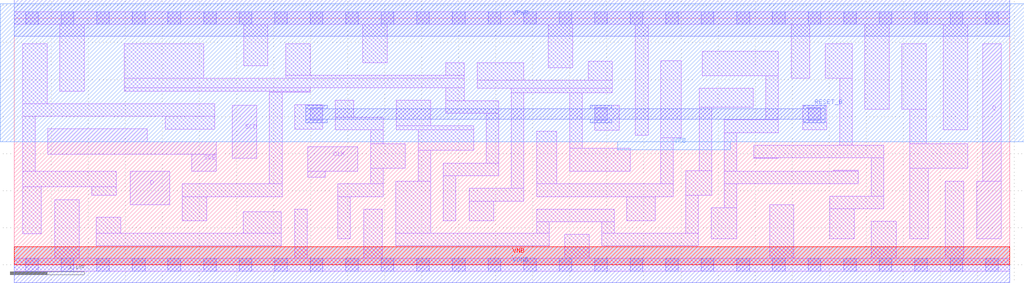
<source format=lef>
# Copyright 2020 The SkyWater PDK Authors
#
# Licensed under the Apache License, Version 2.0 (the "License");
# you may not use this file except in compliance with the License.
# You may obtain a copy of the License at
#
#     https://www.apache.org/licenses/LICENSE-2.0
#
# Unless required by applicable law or agreed to in writing, software
# distributed under the License is distributed on an "AS IS" BASIS,
# WITHOUT WARRANTIES OR CONDITIONS OF ANY KIND, either express or implied.
# See the License for the specific language governing permissions and
# limitations under the License.
#
# SPDX-License-Identifier: Apache-2.0

VERSION 5.7 ;
  NOWIREEXTENSIONATPIN ON ;
  DIVIDERCHAR "/" ;
  BUSBITCHARS "[]" ;
MACRO sky130_fd_sc_hs__sdfrtp_1
  CLASS CORE ;
  FOREIGN sky130_fd_sc_hs__sdfrtp_1 ;
  ORIGIN  0.000000  0.000000 ;
  SIZE  13.44000 BY  3.330000 ;
  SYMMETRY X Y R90 ;
  SITE unit ;
  PIN D
    ANTENNAGATEAREA  0.159000 ;
    DIRECTION INPUT ;
    USE SIGNAL ;
    PORT
      LAYER li1 ;
        RECT 1.565000 0.810000 2.100000 1.265000 ;
    END
  END D
  PIN Q
    ANTENNADIFFAREA  0.541300 ;
    DIRECTION OUTPUT ;
    USE SIGNAL ;
    PORT
      LAYER li1 ;
        RECT 12.995000 0.350000 13.325000 1.130000 ;
        RECT 13.070000 1.130000 13.325000 2.980000 ;
    END
  END Q
  PIN RESET_B
    ANTENNAGATEAREA  0.411000 ;
    DIRECTION INPUT ;
    USE SIGNAL ;
    PORT
      LAYER met1 ;
        RECT  3.935000 1.920000  4.225000 1.965000 ;
        RECT  3.935000 1.965000 10.945000 2.105000 ;
        RECT  3.935000 2.105000  4.225000 2.150000 ;
        RECT  7.775000 1.920000  8.065000 1.965000 ;
        RECT  7.775000 2.105000  8.065000 2.150000 ;
        RECT 10.655000 1.920000 10.945000 1.965000 ;
        RECT 10.655000 2.105000 10.945000 2.150000 ;
    END
  END RESET_B
  PIN SCD
    ANTENNAGATEAREA  0.159000 ;
    DIRECTION INPUT ;
    USE SIGNAL ;
    PORT
      LAYER li1 ;
        RECT 2.945000 1.440000 3.275000 2.150000 ;
    END
  END SCD
  PIN SCE
    ANTENNAGATEAREA  0.318000 ;
    DIRECTION INPUT ;
    USE SIGNAL ;
    PORT
      LAYER li1 ;
        RECT 0.455000 1.490000 2.725000 1.660000 ;
        RECT 0.455000 1.660000 1.795000 1.835000 ;
        RECT 2.395000 1.260000 2.725000 1.490000 ;
    END
  END SCE
  PIN CLK
    ANTENNAGATEAREA  0.279000 ;
    DIRECTION INPUT ;
    USE CLOCK ;
    PORT
      LAYER li1 ;
        RECT 3.965000 1.180000 4.195000 1.260000 ;
        RECT 3.965000 1.260000 4.640000 1.590000 ;
    END
  END CLK
  PIN VGND
    DIRECTION INOUT ;
    USE GROUND ;
    PORT
      LAYER met1 ;
        RECT 0.000000 -0.245000 13.440000 0.245000 ;
    END
  END VGND
  PIN VNB
    DIRECTION INOUT ;
    USE GROUND ;
    PORT
      LAYER pwell ;
        RECT 0.000000 0.000000 13.440000 0.245000 ;
    END
  END VNB
  PIN VPB
    DIRECTION INOUT ;
    USE POWER ;
    PORT
      LAYER nwell ;
        RECT -0.190000 1.660000 13.630000 3.520000 ;
        RECT  8.145000 1.555000  9.665000 1.660000 ;
    END
  END VPB
  PIN VPWR
    DIRECTION INOUT ;
    USE POWER ;
    PORT
      LAYER met1 ;
        RECT 0.000000 3.085000 13.440000 3.575000 ;
    END
  END VPWR
  OBS
    LAYER li1 ;
      RECT  0.000000 -0.085000 13.440000 0.085000 ;
      RECT  0.000000  3.245000 13.440000 3.415000 ;
      RECT  0.115000  0.420000  0.365000 1.050000 ;
      RECT  0.115000  1.050000  1.375000 1.265000 ;
      RECT  0.115000  1.265000  0.285000 2.005000 ;
      RECT  0.115000  2.005000  2.705000 2.175000 ;
      RECT  0.115000  2.175000  0.445000 2.980000 ;
      RECT  0.545000  0.085000  0.875000 0.880000 ;
      RECT  0.615000  2.345000  0.945000 3.245000 ;
      RECT  1.045000  0.935000  1.375000 1.050000 ;
      RECT  1.105000  0.255000  3.605000 0.425000 ;
      RECT  1.105000  0.425000  1.435000 0.640000 ;
      RECT  1.485000  2.345000  3.995000 2.390000 ;
      RECT  1.485000  2.390000  6.075000 2.515000 ;
      RECT  1.485000  2.515000  2.555000 2.980000 ;
      RECT  2.035000  1.830000  2.705000 2.005000 ;
      RECT  2.270000  0.595000  2.600000 0.920000 ;
      RECT  2.270000  0.920000  3.615000 1.090000 ;
      RECT  3.090000  0.425000  3.605000 0.715000 ;
      RECT  3.095000  2.685000  3.425000 3.245000 ;
      RECT  3.445000  1.090000  3.615000 2.330000 ;
      RECT  3.445000  2.330000  3.995000 2.345000 ;
      RECT  3.665000  2.515000  6.075000 2.560000 ;
      RECT  3.665000  2.560000  3.995000 2.980000 ;
      RECT  3.785000  0.085000  3.955000 0.750000 ;
      RECT  3.785000  1.830000  4.165000 2.160000 ;
      RECT  4.335000  1.820000  4.980000 1.990000 ;
      RECT  4.335000  1.990000  4.585000 2.220000 ;
      RECT  4.365000  0.350000  4.535000 0.920000 ;
      RECT  4.365000  0.920000  4.980000 1.090000 ;
      RECT  4.705000  2.730000  5.035000 3.245000 ;
      RECT  4.715000  0.085000  4.965000 0.750000 ;
      RECT  4.810000  1.090000  4.980000 1.300000 ;
      RECT  4.810000  1.300000  5.280000 1.630000 ;
      RECT  4.810000  1.630000  4.980000 1.820000 ;
      RECT  5.150000  0.255000  7.220000 0.425000 ;
      RECT  5.150000  0.425000  5.620000 1.130000 ;
      RECT  5.155000  1.820000  6.200000 1.875000 ;
      RECT  5.155000  1.875000  5.620000 2.220000 ;
      RECT  5.450000  1.130000  5.620000 1.545000 ;
      RECT  5.450000  1.545000  6.200000 1.820000 ;
      RECT  5.790000  0.595000  5.960000 1.200000 ;
      RECT  5.790000  1.200000  6.540000 1.370000 ;
      RECT  5.825000  2.045000  6.540000 2.215000 ;
      RECT  5.825000  2.215000  6.075000 2.390000 ;
      RECT  5.825000  2.560000  6.075000 2.725000 ;
      RECT  6.140000  0.595000  6.470000 0.860000 ;
      RECT  6.140000  0.860000  6.880000 1.030000 ;
      RECT  6.250000  2.385000  8.075000 2.490000 ;
      RECT  6.250000  2.490000  6.880000 2.725000 ;
      RECT  6.370000  1.370000  6.540000 2.045000 ;
      RECT  6.710000  1.030000  6.880000 2.320000 ;
      RECT  6.710000  2.320000  8.075000 2.385000 ;
      RECT  7.050000  0.425000  7.220000 0.580000 ;
      RECT  7.050000  0.580000  8.100000 0.750000 ;
      RECT  7.050000  0.920000  8.895000 1.090000 ;
      RECT  7.050000  1.090000  7.325000 1.805000 ;
      RECT  7.205000  2.660000  7.540000 3.245000 ;
      RECT  7.430000  0.085000  7.760000 0.410000 ;
      RECT  7.495000  1.260000  8.315000 1.575000 ;
      RECT  7.495000  1.575000  7.665000 2.320000 ;
      RECT  7.745000  2.490000  8.075000 2.745000 ;
      RECT  7.835000  1.815000  8.165000 2.150000 ;
      RECT  7.930000  0.255000  9.235000 0.425000 ;
      RECT  7.930000  0.425000  8.100000 0.580000 ;
      RECT  8.270000  0.595000  8.655000 0.920000 ;
      RECT  8.385000  1.745000  8.555000 3.245000 ;
      RECT  8.725000  1.090000  8.895000 1.715000 ;
      RECT  8.725000  1.715000  9.005000 2.755000 ;
      RECT  9.065000  0.425000  9.235000 0.940000 ;
      RECT  9.065000  0.940000  9.415000 1.270000 ;
      RECT  9.245000  1.270000  9.415000 2.125000 ;
      RECT  9.245000  2.125000  9.975000 2.380000 ;
      RECT  9.290000  2.550000 10.315000 2.880000 ;
      RECT  9.405000  0.350000  9.755000 0.770000 ;
      RECT  9.585000  0.770000  9.755000 1.095000 ;
      RECT  9.585000  1.095000 11.395000 1.265000 ;
      RECT  9.585000  1.265000  9.755000 1.785000 ;
      RECT  9.585000  1.785000 10.315000 1.955000 ;
      RECT  9.985000  1.435000 10.315000 1.445000 ;
      RECT  9.985000  1.445000 11.735000 1.615000 ;
      RECT 10.145000  1.955000 10.315000 2.550000 ;
      RECT 10.195000  0.085000 10.525000 0.810000 ;
      RECT 10.485000  2.520000 10.735000 3.245000 ;
      RECT 10.640000  1.820000 10.970000 2.150000 ;
      RECT 10.945000  2.520000 11.310000 2.980000 ;
      RECT 11.010000  0.350000 11.340000 0.755000 ;
      RECT 11.010000  0.755000 11.735000 0.925000 ;
      RECT 11.065000  1.265000 11.395000 1.275000 ;
      RECT 11.140000  1.615000 11.310000 2.520000 ;
      RECT 11.480000  2.100000 11.810000 3.245000 ;
      RECT 11.565000  0.925000 11.735000 1.445000 ;
      RECT 11.570000  0.085000 11.905000 0.585000 ;
      RECT 11.980000  2.100000 12.310000 2.980000 ;
      RECT 12.085000  0.350000 12.335000 1.300000 ;
      RECT 12.085000  1.300000 12.870000 1.630000 ;
      RECT 12.085000  1.630000 12.310000 2.100000 ;
      RECT 12.540000  1.820000 12.870000 3.245000 ;
      RECT 12.565000  0.085000 12.815000 1.130000 ;
    LAYER mcon ;
      RECT  0.155000 -0.085000  0.325000 0.085000 ;
      RECT  0.155000  3.245000  0.325000 3.415000 ;
      RECT  0.635000 -0.085000  0.805000 0.085000 ;
      RECT  0.635000  3.245000  0.805000 3.415000 ;
      RECT  1.115000 -0.085000  1.285000 0.085000 ;
      RECT  1.115000  3.245000  1.285000 3.415000 ;
      RECT  1.595000 -0.085000  1.765000 0.085000 ;
      RECT  1.595000  3.245000  1.765000 3.415000 ;
      RECT  2.075000 -0.085000  2.245000 0.085000 ;
      RECT  2.075000  3.245000  2.245000 3.415000 ;
      RECT  2.555000 -0.085000  2.725000 0.085000 ;
      RECT  2.555000  3.245000  2.725000 3.415000 ;
      RECT  3.035000 -0.085000  3.205000 0.085000 ;
      RECT  3.035000  3.245000  3.205000 3.415000 ;
      RECT  3.515000 -0.085000  3.685000 0.085000 ;
      RECT  3.515000  3.245000  3.685000 3.415000 ;
      RECT  3.995000 -0.085000  4.165000 0.085000 ;
      RECT  3.995000  1.950000  4.165000 2.120000 ;
      RECT  3.995000  3.245000  4.165000 3.415000 ;
      RECT  4.475000 -0.085000  4.645000 0.085000 ;
      RECT  4.475000  3.245000  4.645000 3.415000 ;
      RECT  4.955000 -0.085000  5.125000 0.085000 ;
      RECT  4.955000  3.245000  5.125000 3.415000 ;
      RECT  5.435000 -0.085000  5.605000 0.085000 ;
      RECT  5.435000  3.245000  5.605000 3.415000 ;
      RECT  5.915000 -0.085000  6.085000 0.085000 ;
      RECT  5.915000  3.245000  6.085000 3.415000 ;
      RECT  6.395000 -0.085000  6.565000 0.085000 ;
      RECT  6.395000  3.245000  6.565000 3.415000 ;
      RECT  6.875000 -0.085000  7.045000 0.085000 ;
      RECT  6.875000  3.245000  7.045000 3.415000 ;
      RECT  7.355000 -0.085000  7.525000 0.085000 ;
      RECT  7.355000  3.245000  7.525000 3.415000 ;
      RECT  7.835000 -0.085000  8.005000 0.085000 ;
      RECT  7.835000  1.950000  8.005000 2.120000 ;
      RECT  7.835000  3.245000  8.005000 3.415000 ;
      RECT  8.315000 -0.085000  8.485000 0.085000 ;
      RECT  8.315000  3.245000  8.485000 3.415000 ;
      RECT  8.795000 -0.085000  8.965000 0.085000 ;
      RECT  8.795000  3.245000  8.965000 3.415000 ;
      RECT  9.275000 -0.085000  9.445000 0.085000 ;
      RECT  9.275000  3.245000  9.445000 3.415000 ;
      RECT  9.755000 -0.085000  9.925000 0.085000 ;
      RECT  9.755000  3.245000  9.925000 3.415000 ;
      RECT 10.235000 -0.085000 10.405000 0.085000 ;
      RECT 10.235000  3.245000 10.405000 3.415000 ;
      RECT 10.715000 -0.085000 10.885000 0.085000 ;
      RECT 10.715000  1.950000 10.885000 2.120000 ;
      RECT 10.715000  3.245000 10.885000 3.415000 ;
      RECT 11.195000 -0.085000 11.365000 0.085000 ;
      RECT 11.195000  3.245000 11.365000 3.415000 ;
      RECT 11.675000 -0.085000 11.845000 0.085000 ;
      RECT 11.675000  3.245000 11.845000 3.415000 ;
      RECT 12.155000 -0.085000 12.325000 0.085000 ;
      RECT 12.155000  3.245000 12.325000 3.415000 ;
      RECT 12.635000 -0.085000 12.805000 0.085000 ;
      RECT 12.635000  3.245000 12.805000 3.415000 ;
      RECT 13.115000 -0.085000 13.285000 0.085000 ;
      RECT 13.115000  3.245000 13.285000 3.415000 ;
  END
END sky130_fd_sc_hs__sdfrtp_1
END LIBRARY

</source>
